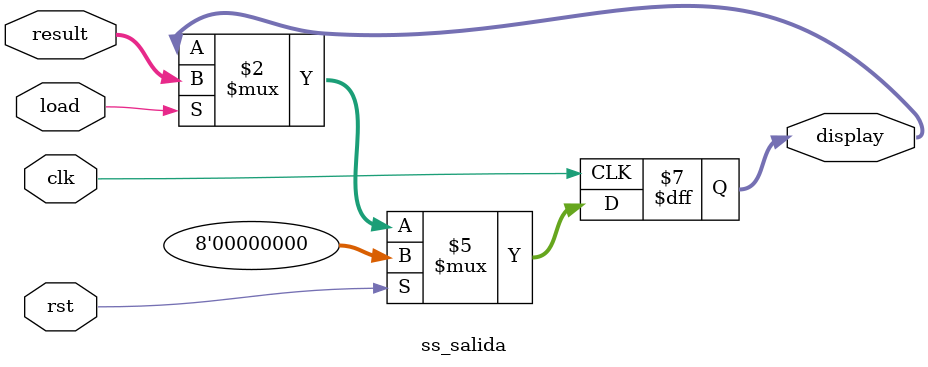
<source format=sv>
module ss_salida (
	input logic clk,
	input logic rst,
	
	input logic [7:0] result,
	input logic load,

	output logic [7:0] display
);

always_ff @(posedge clk) begin
	if (rst) display<=8'b0;
	else if (load) display<=result;
end

endmodule

</source>
